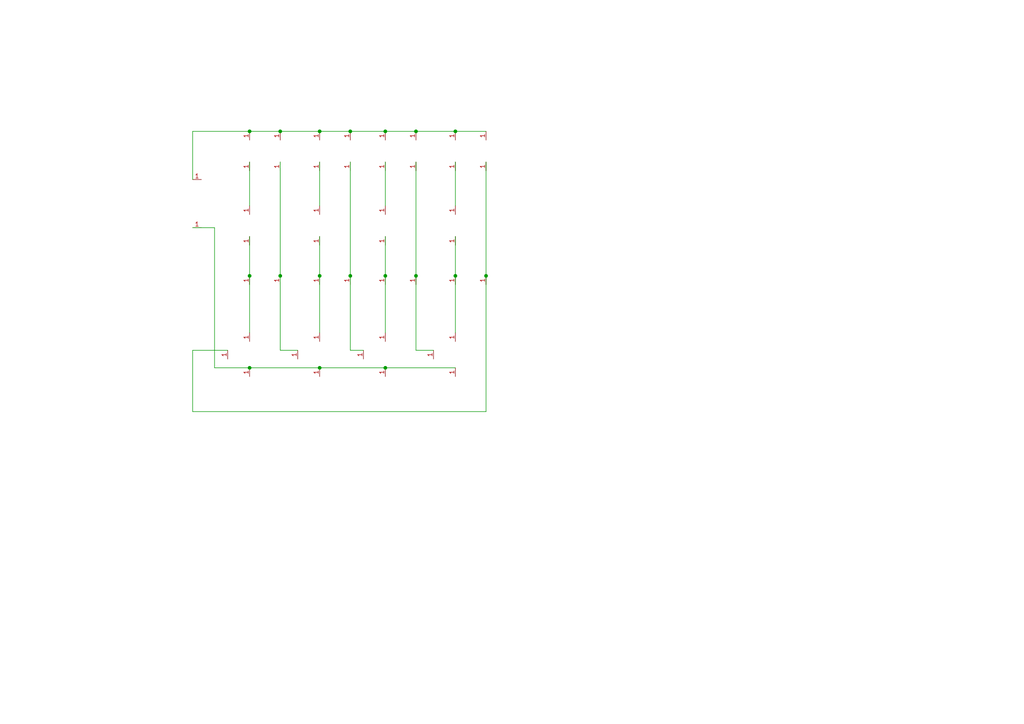
<source format=kicad_sch>
(kicad_sch (version 20230121) (generator eeschema)
  (paper "A4")
  (lib_symbols
    (symbol "4KanalLLV2-rescue:LP-PCB-Fräse-!PCB-Fräse" (pin_names (offset 1.016))
      (symbol "LP-PCB-Fräse-!PCB-Fräse_1_1"
        (pin passive line (at -1.27 -1.27 0) (length 2.54) (name "~") (number "1"))
      )
    )
  )
  (junction (at 72.39 106.68))
  (junction (at 111.76 106.68))
  (junction (at 72.39 80.01))
  (junction (at 132.08 80.01))
  (junction (at 92.71 106.68))
  (junction (at 111.76 80.01))
  (junction (at 120.65 80.01))
  (junction (at 81.28 38.1))
  (junction (at 92.71 80.01))
  (junction (at 111.76 38.1))
  (junction (at 140.97 80.01))
  (junction (at 132.08 38.1))
  (junction (at 72.39 38.1))
  (junction (at 101.6 38.1))
  (junction (at 81.28 80.01))
  (junction (at 101.6 80.01))
  (junction (at 92.71 38.1))
  (junction (at 120.65 38.1))
  (wire (pts (xy 92.71 46.99) (xy 92.71 59.69)))
  (wire (pts (xy 140.97 46.99) (xy 140.97 80.01)))
  (wire (pts (xy 101.6 80.01) (xy 101.6 101.6)))
  (wire (pts (xy 132.08 80.01) (xy 132.08 96.52)))
  (wire (pts (xy 120.65 80.01) (xy 120.65 101.6)))
  (wire (pts (xy 120.65 46.99) (xy 120.65 80.01)))
  (wire (pts (xy 111.76 46.99) (xy 111.76 59.69)))
  (wire (pts (xy 92.71 106.68) (xy 111.76 106.68)))
  (wire (pts (xy 81.28 38.1) (xy 92.71 38.1)))
  (wire (pts (xy 132.08 46.99) (xy 132.08 59.69)))
  (wire (pts (xy 92.71 80.01) (xy 92.71 96.52)))
  (wire (pts (xy 62.23 66.04) (xy 62.23 106.68)))
  (wire (pts (xy 132.08 106.68) (xy 111.76 106.68)))
  (wire (pts (xy 101.6 101.6) (xy 105.41 101.6)))
  (wire (pts (xy 55.88 52.07) (xy 55.88 38.1)))
  (wire (pts (xy 55.88 119.38) (xy 55.88 101.6)))
  (wire (pts (xy 92.71 68.58) (xy 92.71 80.01)))
  (wire (pts (xy 55.88 66.04) (xy 62.23 66.04)))
  (wire (pts (xy 101.6 46.99) (xy 101.6 80.01)))
  (wire (pts (xy 120.65 101.6) (xy 125.73 101.6)))
  (wire (pts (xy 111.76 38.1) (xy 120.65 38.1)))
  (wire (pts (xy 92.71 106.68) (xy 72.39 106.68)))
  (wire (pts (xy 72.39 46.99) (xy 72.39 59.69)))
  (wire (pts (xy 111.76 80.01) (xy 111.76 68.58)))
  (wire (pts (xy 132.08 38.1) (xy 140.97 38.1)))
  (wire (pts (xy 140.97 80.01) (xy 140.97 119.38)))
  (wire (pts (xy 81.28 46.99) (xy 81.28 80.01)))
  (wire (pts (xy 101.6 38.1) (xy 111.76 38.1)))
  (wire (pts (xy 92.71 38.1) (xy 101.6 38.1)))
  (wire (pts (xy 55.88 101.6) (xy 66.04 101.6)))
  (wire (pts (xy 72.39 38.1) (xy 81.28 38.1)))
  (wire (pts (xy 72.39 68.58) (xy 72.39 80.01)))
  (wire (pts (xy 120.65 38.1) (xy 132.08 38.1)))
  (wire (pts (xy 72.39 80.01) (xy 72.39 96.52)))
  (wire (pts (xy 111.76 96.52) (xy 111.76 80.01)))
  (wire (pts (xy 81.28 80.01) (xy 81.28 101.6)))
  (wire (pts (xy 140.97 119.38) (xy 55.88 119.38)))
  (wire (pts (xy 62.23 106.68) (xy 72.39 106.68)))
  (wire (pts (xy 132.08 80.01) (xy 132.08 68.58)))
  (wire (pts (xy 55.88 38.1) (xy 72.39 38.1)))
  (wire (pts (xy 81.28 101.6) (xy 86.36 101.6)))
  (symbol (lib_id "4KanalLLV2-rescue:LP-PCB-Fräse-!PCB-Fräse") (at 57.15 50.8 0) (unit 1)
    (property "Reference" "U1" (effects hide))
    (property "Value" "LP-PCB-Fräse" (effects hide))
    (property "Footprint" "!Goody:LP_PCB-Fräse" (effects hide))
  )
  (symbol (lib_id "4KanalLLV2-rescue:LP-PCB-Fräse-!PCB-Fräse") (at 57.15 64.77 0) (unit 1)
    (property "Reference" "U2" (effects hide))
    (property "Value" "LP-PCB-Fräse" (effects hide))
    (property "Footprint" "!Goody:LP_PCB-Fräse" (effects hide))
  )
  (symbol (lib_id "4KanalLLV2-rescue:LP-PCB-Fräse-!PCB-Fräse") (at 73.66 39.37 270) (unit 1)
    (property "Reference" "U4" (effects hide))
    (property "Value" "LP-PCB-Fräse" (effects hide))
    (property "Footprint" "!Goody:LP_PCB-Fräse" (effects hide))
  )
  (symbol (lib_id "4KanalLLV2-rescue:LP-PCB-Fräse-!PCB-Fräse") (at 82.55 39.37 270) (unit 1)
    (property "Reference" "U11" (effects hide))
    (property "Value" "LP-PCB-Fräse" (effects hide))
    (property "Footprint" "!Goody:LP_PCB-Fräse" (effects hide))
  )
  (symbol (lib_id "4KanalLLV2-rescue:LP-PCB-Fräse-!PCB-Fräse") (at 93.98 39.37 270) (unit 1)
    (property "Reference" "U15" (effects hide))
    (property "Value" "LP-PCB-Fräse" (effects hide))
    (property "Footprint" "!Goody:LP_PCB-Fräse" (effects hide))
  )
  (symbol (lib_id "4KanalLLV2-rescue:LP-PCB-Fräse-!PCB-Fräse") (at 102.87 39.37 270) (unit 1)
    (property "Reference" "U22" (effects hide))
    (property "Value" "LP-PCB-Fräse" (effects hide))
    (property "Footprint" "!Goody:LP_PCB-Fräse" (effects hide))
  )
  (symbol (lib_id "4KanalLLV2-rescue:LP-PCB-Fräse-!PCB-Fräse") (at 113.03 39.37 270) (unit 1)
    (property "Reference" "U26" (effects hide))
    (property "Value" "LP-PCB-Fräse" (effects hide))
    (property "Footprint" "!Goody:LP_PCB-Fräse" (effects hide))
  )
  (symbol (lib_id "4KanalLLV2-rescue:LP-PCB-Fräse-!PCB-Fräse") (at 121.92 39.37 270) (unit 1)
    (property "Reference" "U33" (effects hide))
    (property "Value" "LP-PCB-Fräse" (effects hide))
    (property "Footprint" "!Goody:LP_PCB-Fräse" (effects hide))
  )
  (symbol (lib_id "4KanalLLV2-rescue:LP-PCB-Fräse-!PCB-Fräse") (at 133.35 39.37 270) (unit 1)
    (property "Reference" "U37" (effects hide))
    (property "Value" "LP-PCB-Fräse" (effects hide))
    (property "Footprint" "!Goody:LP_PCB-Fräse" (effects hide))
  )
  (symbol (lib_id "4KanalLLV2-rescue:LP-PCB-Fräse-!PCB-Fräse") (at 142.24 39.37 270) (unit 1)
    (property "Reference" "U44" (effects hide))
    (property "Value" "LP-PCB-Fräse" (effects hide))
    (property "Footprint" "!Goody:LP_PCB-Fräse" (effects hide))
  )
  (symbol (lib_id "4KanalLLV2-rescue:LP-PCB-Fräse-!PCB-Fräse") (at 73.66 48.26 270) (unit 1)
    (property "Reference" "U5" (effects hide))
    (property "Value" "LP-PCB-Fräse" (effects hide))
    (property "Footprint" "!Goody:LP_PCB-Fräse" (effects hide))
  )
  (symbol (lib_id "4KanalLLV2-rescue:LP-PCB-Fräse-!PCB-Fräse") (at 82.55 48.26 270) (unit 1)
    (property "Reference" "U12" (effects hide))
    (property "Value" "LP-PCB-Fräse" (effects hide))
    (property "Footprint" "!Goody:LP_PCB-Fräse" (effects hide))
  )
  (symbol (lib_id "4KanalLLV2-rescue:LP-PCB-Fräse-!PCB-Fräse") (at 93.98 48.26 270) (unit 1)
    (property "Reference" "U16" (effects hide))
    (property "Value" "LP-PCB-Fräse" (effects hide))
    (property "Footprint" "!Goody:LP_PCB-Fräse" (effects hide))
  )
  (symbol (lib_id "4KanalLLV2-rescue:LP-PCB-Fräse-!PCB-Fräse") (at 102.87 48.26 270) (unit 1)
    (property "Reference" "U23" (effects hide))
    (property "Value" "LP-PCB-Fräse" (effects hide))
    (property "Footprint" "!Goody:LP_PCB-Fräse" (effects hide))
  )
  (symbol (lib_id "4KanalLLV2-rescue:LP-PCB-Fräse-!PCB-Fräse") (at 113.03 48.26 270) (unit 1)
    (property "Reference" "U27" (effects hide))
    (property "Value" "LP-PCB-Fräse" (effects hide))
    (property "Footprint" "!Goody:LP_PCB-Fräse" (effects hide))
  )
  (symbol (lib_id "4KanalLLV2-rescue:LP-PCB-Fräse-!PCB-Fräse") (at 121.92 48.26 270) (unit 1)
    (property "Reference" "U34" (effects hide))
    (property "Value" "LP-PCB-Fräse" (effects hide))
    (property "Footprint" "!Goody:LP_PCB-Fräse" (effects hide))
  )
  (symbol (lib_id "4KanalLLV2-rescue:LP-PCB-Fräse-!PCB-Fräse") (at 133.35 48.26 270) (unit 1)
    (property "Reference" "U38" (effects hide))
    (property "Value" "LP-PCB-Fräse" (effects hide))
    (property "Footprint" "!Goody:LP_PCB-Fräse" (effects hide))
  )
  (symbol (lib_id "4KanalLLV2-rescue:LP-PCB-Fräse-!PCB-Fräse") (at 142.24 48.26 270) (unit 1)
    (property "Reference" "U45" (effects hide))
    (property "Value" "LP-PCB-Fräse" (effects hide))
    (property "Footprint" "!Goody:LP_PCB-Fräse" (effects hide))
  )
  (symbol (lib_id "4KanalLLV2-rescue:LP-PCB-Fräse-!PCB-Fräse") (at 73.66 60.96 270) (unit 1)
    (property "Reference" "U6" (effects hide))
    (property "Value" "LP-PCB-Fräse" (effects hide))
    (property "Footprint" "!Goody:LP_PCB-Fräse" (effects hide))
  )
  (symbol (lib_id "4KanalLLV2-rescue:LP-PCB-Fräse-!PCB-Fräse") (at 93.98 60.96 270) (unit 1)
    (property "Reference" "U17" (effects hide))
    (property "Value" "LP-PCB-Fräse" (effects hide))
    (property "Footprint" "!Goody:LP_PCB-Fräse" (effects hide))
  )
  (symbol (lib_id "4KanalLLV2-rescue:LP-PCB-Fräse-!PCB-Fräse") (at 113.03 60.96 270) (unit 1)
    (property "Reference" "U28" (effects hide))
    (property "Value" "LP-PCB-Fräse" (effects hide))
    (property "Footprint" "!Goody:LP_PCB-Fräse" (effects hide))
  )
  (symbol (lib_id "4KanalLLV2-rescue:LP-PCB-Fräse-!PCB-Fräse") (at 133.35 60.96 270) (unit 1)
    (property "Reference" "U39" (effects hide))
    (property "Value" "LP-PCB-Fräse" (effects hide))
    (property "Footprint" "!Goody:LP_PCB-Fräse" (effects hide))
  )
  (symbol (lib_id "4KanalLLV2-rescue:LP-PCB-Fräse-!PCB-Fräse") (at 73.66 69.85 270) (unit 1)
    (property "Reference" "U7" (effects hide))
    (property "Value" "LP-PCB-Fräse" (effects hide))
    (property "Footprint" "!Goody:LP_PCB-Fräse" (effects hide))
  )
  (symbol (lib_id "4KanalLLV2-rescue:LP-PCB-Fräse-!PCB-Fräse") (at 93.98 69.85 270) (unit 1)
    (property "Reference" "U18" (effects hide))
    (property "Value" "LP-PCB-Fräse" (effects hide))
    (property "Footprint" "!Goody:LP_PCB-Fräse" (effects hide))
  )
  (symbol (lib_id "4KanalLLV2-rescue:LP-PCB-Fräse-!PCB-Fräse") (at 113.03 69.85 270) (unit 1)
    (property "Reference" "U29" (effects hide))
    (property "Value" "LP-PCB-Fräse" (effects hide))
    (property "Footprint" "!Goody:LP_PCB-Fräse" (effects hide))
  )
  (symbol (lib_id "4KanalLLV2-rescue:LP-PCB-Fräse-!PCB-Fräse") (at 133.35 69.85 270) (unit 1)
    (property "Reference" "U40" (effects hide))
    (property "Value" "LP-PCB-Fräse" (effects hide))
    (property "Footprint" "!Goody:LP_PCB-Fräse" (effects hide))
  )
  (symbol (lib_id "4KanalLLV2-rescue:LP-PCB-Fräse-!PCB-Fräse") (at 73.66 81.28 270) (unit 1)
    (property "Reference" "U8" (effects hide))
    (property "Value" "LP-PCB-Fräse" (effects hide))
    (property "Footprint" "!Goody:LP_PCB-Fräse" (effects hide))
  )
  (symbol (lib_id "4KanalLLV2-rescue:LP-PCB-Fräse-!PCB-Fräse") (at 82.55 81.28 270) (unit 1)
    (property "Reference" "U13" (effects hide))
    (property "Value" "LP-PCB-Fräse" (effects hide))
    (property "Footprint" "!Goody:LP_PCB-Fräse" (effects hide))
  )
  (symbol (lib_id "4KanalLLV2-rescue:LP-PCB-Fräse-!PCB-Fräse") (at 93.98 81.28 270) (unit 1)
    (property "Reference" "U19" (effects hide))
    (property "Value" "LP-PCB-Fräse" (effects hide))
    (property "Footprint" "!Goody:LP_PCB-Fräse" (effects hide))
  )
  (symbol (lib_id "4KanalLLV2-rescue:LP-PCB-Fräse-!PCB-Fräse") (at 102.87 81.28 270) (unit 1)
    (property "Reference" "U24" (effects hide))
    (property "Value" "LP-PCB-Fräse" (effects hide))
    (property "Footprint" "!Goody:LP_PCB-Fräse" (effects hide))
  )
  (symbol (lib_id "4KanalLLV2-rescue:LP-PCB-Fräse-!PCB-Fräse") (at 113.03 81.28 270) (unit 1)
    (property "Reference" "U30" (effects hide))
    (property "Value" "LP-PCB-Fräse" (effects hide))
    (property "Footprint" "!Goody:LP_PCB-Fräse" (effects hide))
  )
  (symbol (lib_id "4KanalLLV2-rescue:LP-PCB-Fräse-!PCB-Fräse") (at 121.92 81.28 270) (unit 1)
    (property "Reference" "U35" (effects hide))
    (property "Value" "LP-PCB-Fräse" (effects hide))
    (property "Footprint" "!Goody:LP_PCB-Fräse" (effects hide))
  )
  (symbol (lib_id "4KanalLLV2-rescue:LP-PCB-Fräse-!PCB-Fräse") (at 133.35 81.28 270) (unit 1)
    (property "Reference" "U41" (effects hide))
    (property "Value" "LP-PCB-Fräse" (effects hide))
    (property "Footprint" "!Goody:LP_PCB-Fräse" (effects hide))
  )
  (symbol (lib_id "4KanalLLV2-rescue:LP-PCB-Fräse-!PCB-Fräse") (at 142.24 81.28 270) (unit 1)
    (property "Reference" "U46" (effects hide))
    (property "Value" "LP-PCB-Fräse" (effects hide))
    (property "Footprint" "!Goody:LP_PCB-Fräse" (effects hide))
  )
  (symbol (lib_id "4KanalLLV2-rescue:LP-PCB-Fräse-!PCB-Fräse") (at 73.66 97.79 270) (unit 1)
    (property "Reference" "U9" (effects hide))
    (property "Value" "LP-PCB-Fräse" (effects hide))
    (property "Footprint" "!Goody:LP_PCB-Fräse" (effects hide))
  )
  (symbol (lib_id "4KanalLLV2-rescue:LP-PCB-Fräse-!PCB-Fräse") (at 67.31 102.87 270) (unit 1)
    (property "Reference" "U3" (effects hide))
    (property "Value" "LP-PCB-Fräse" (effects hide))
    (property "Footprint" "!Goody:LP_PCB-Fräse" (effects hide))
  )
  (symbol (lib_id "4KanalLLV2-rescue:LP-PCB-Fräse-!PCB-Fräse") (at 73.66 107.95 270) (unit 1)
    (property "Reference" "U10" (effects hide))
    (property "Value" "LP-PCB-Fräse" (effects hide))
    (property "Footprint" "!Goody:LP_PCB-Fräse" (effects hide))
  )
  (symbol (lib_id "4KanalLLV2-rescue:LP-PCB-Fräse-!PCB-Fräse") (at 93.98 97.79 270) (unit 1)
    (property "Reference" "U20" (effects hide))
    (property "Value" "LP-PCB-Fräse" (effects hide))
    (property "Footprint" "!Goody:LP_PCB-Fräse" (effects hide))
  )
  (symbol (lib_id "4KanalLLV2-rescue:LP-PCB-Fräse-!PCB-Fräse") (at 87.63 102.87 270) (unit 1)
    (property "Reference" "U14" (effects hide))
    (property "Value" "LP-PCB-Fräse" (effects hide))
    (property "Footprint" "!Goody:LP_PCB-Fräse" (effects hide))
  )
  (symbol (lib_id "4KanalLLV2-rescue:LP-PCB-Fräse-!PCB-Fräse") (at 93.98 107.95 270) (unit 1)
    (property "Reference" "U21" (effects hide))
    (property "Value" "LP-PCB-Fräse" (effects hide))
    (property "Footprint" "!Goody:LP_PCB-Fräse" (effects hide))
  )
  (symbol (lib_id "4KanalLLV2-rescue:LP-PCB-Fräse-!PCB-Fräse") (at 113.03 97.79 270) (unit 1)
    (property "Reference" "U31" (effects hide))
    (property "Value" "LP-PCB-Fräse" (effects hide))
    (property "Footprint" "!Goody:LP_PCB-Fräse" (effects hide))
  )
  (symbol (lib_id "4KanalLLV2-rescue:LP-PCB-Fräse-!PCB-Fräse") (at 106.68 102.87 270) (unit 1)
    (property "Reference" "U25" (effects hide))
    (property "Value" "LP-PCB-Fräse" (effects hide))
    (property "Footprint" "!Goody:LP_PCB-Fräse" (effects hide))
  )
  (symbol (lib_id "4KanalLLV2-rescue:LP-PCB-Fräse-!PCB-Fräse") (at 113.03 107.95 270) (unit 1)
    (property "Reference" "U32" (effects hide))
    (property "Value" "LP-PCB-Fräse" (effects hide))
    (property "Footprint" "!Goody:LP_PCB-Fräse" (effects hide))
  )
  (symbol (lib_id "4KanalLLV2-rescue:LP-PCB-Fräse-!PCB-Fräse") (at 133.35 97.79 270) (unit 1)
    (property "Reference" "U42" (effects hide))
    (property "Value" "LP-PCB-Fräse" (effects hide))
    (property "Footprint" "!Goody:LP_PCB-Fräse" (effects hide))
  )
  (symbol (lib_id "4KanalLLV2-rescue:LP-PCB-Fräse-!PCB-Fräse") (at 127 102.87 270) (unit 1)
    (property "Reference" "U36" (effects hide))
    (property "Value" "LP-PCB-Fräse" (effects hide))
    (property "Footprint" "!Goody:LP_PCB-Fräse" (effects hide))
  )
  (symbol (lib_id "4KanalLLV2-rescue:LP-PCB-Fräse-!PCB-Fräse") (at 133.35 107.95 270) (unit 1)
    (property "Reference" "U43" (effects hide))
    (property "Value" "LP-PCB-Fräse" (effects hide))
    (property "Footprint" "!Goody:LP_PCB-Fräse" (effects hide))
  )
)
</source>
